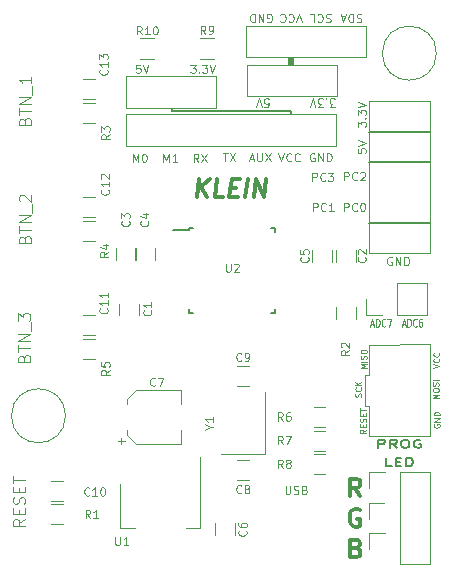
<source format=gbr>
G04 #@! TF.FileFunction,Legend,Top*
%FSLAX46Y46*%
G04 Gerber Fmt 4.6, Leading zero omitted, Abs format (unit mm)*
G04 Created by KiCad (PCBNEW 4.0.7) date 01/10/19 16:23:13*
%MOMM*%
%LPD*%
G01*
G04 APERTURE LIST*
%ADD10C,0.100000*%
%ADD11C,0.150000*%
%ADD12C,0.300000*%
%ADD13C,0.120000*%
G04 APERTURE END LIST*
D10*
D11*
X108550000Y-90100000D02*
X108550000Y-90350000D01*
X98500000Y-90100000D02*
X108550000Y-90100000D01*
X98500000Y-89850000D02*
X98500000Y-90100000D01*
D10*
X121076190Y-114435714D02*
X120576190Y-114435714D01*
X120933333Y-114269048D01*
X120576190Y-114102381D01*
X121076190Y-114102381D01*
X120576190Y-113769047D02*
X120576190Y-113673809D01*
X120600000Y-113626190D01*
X120647619Y-113578571D01*
X120742857Y-113554762D01*
X120909524Y-113554762D01*
X121004762Y-113578571D01*
X121052381Y-113626190D01*
X121076190Y-113673809D01*
X121076190Y-113769047D01*
X121052381Y-113816666D01*
X121004762Y-113864285D01*
X120909524Y-113888095D01*
X120742857Y-113888095D01*
X120647619Y-113864285D01*
X120600000Y-113816666D01*
X120576190Y-113769047D01*
X121052381Y-113364285D02*
X121076190Y-113292856D01*
X121076190Y-113173809D01*
X121052381Y-113126190D01*
X121028571Y-113102380D01*
X120980952Y-113078571D01*
X120933333Y-113078571D01*
X120885714Y-113102380D01*
X120861905Y-113126190D01*
X120838095Y-113173809D01*
X120814286Y-113269047D01*
X120790476Y-113316666D01*
X120766667Y-113340475D01*
X120719048Y-113364285D01*
X120671429Y-113364285D01*
X120623810Y-113340475D01*
X120600000Y-113316666D01*
X120576190Y-113269047D01*
X120576190Y-113149999D01*
X120600000Y-113078571D01*
X121076190Y-112864285D02*
X120576190Y-112864285D01*
X109483333Y-82583333D02*
X109250000Y-81883333D01*
X109016667Y-82583333D01*
X108383333Y-81950000D02*
X108416667Y-81916667D01*
X108516667Y-81883333D01*
X108583333Y-81883333D01*
X108683333Y-81916667D01*
X108750000Y-81983333D01*
X108783333Y-82050000D01*
X108816667Y-82183333D01*
X108816667Y-82283333D01*
X108783333Y-82416667D01*
X108750000Y-82483333D01*
X108683333Y-82550000D01*
X108583333Y-82583333D01*
X108516667Y-82583333D01*
X108416667Y-82550000D01*
X108383333Y-82516667D01*
X107683333Y-81950000D02*
X107716667Y-81916667D01*
X107816667Y-81883333D01*
X107883333Y-81883333D01*
X107983333Y-81916667D01*
X108050000Y-81983333D01*
X108083333Y-82050000D01*
X108116667Y-82183333D01*
X108116667Y-82283333D01*
X108083333Y-82416667D01*
X108050000Y-82483333D01*
X107983333Y-82550000D01*
X107883333Y-82583333D01*
X107816667Y-82583333D01*
X107716667Y-82550000D01*
X107683333Y-82516667D01*
D12*
X100643750Y-97378571D02*
X100831250Y-95878571D01*
X101500893Y-97378571D02*
X100965178Y-96521429D01*
X101688393Y-95878571D02*
X100724107Y-96735714D01*
X102858036Y-97378571D02*
X102143750Y-97378571D01*
X102331250Y-95878571D01*
X103456250Y-96592857D02*
X103956250Y-96592857D01*
X104072322Y-97378571D02*
X103358036Y-97378571D01*
X103545536Y-95878571D01*
X104259822Y-95878571D01*
X104715179Y-97378571D02*
X104902679Y-95878571D01*
X105429465Y-97378571D02*
X105616965Y-95878571D01*
X106286608Y-97378571D01*
X106474108Y-95878571D01*
D10*
X86052381Y-124652381D02*
X85576190Y-124985715D01*
X86052381Y-125223810D02*
X85052381Y-125223810D01*
X85052381Y-124842857D01*
X85100000Y-124747619D01*
X85147619Y-124700000D01*
X85242857Y-124652381D01*
X85385714Y-124652381D01*
X85480952Y-124700000D01*
X85528571Y-124747619D01*
X85576190Y-124842857D01*
X85576190Y-125223810D01*
X85528571Y-124223810D02*
X85528571Y-123890476D01*
X86052381Y-123747619D02*
X86052381Y-124223810D01*
X85052381Y-124223810D01*
X85052381Y-123747619D01*
X86004762Y-123366667D02*
X86052381Y-123223810D01*
X86052381Y-122985714D01*
X86004762Y-122890476D01*
X85957143Y-122842857D01*
X85861905Y-122795238D01*
X85766667Y-122795238D01*
X85671429Y-122842857D01*
X85623810Y-122890476D01*
X85576190Y-122985714D01*
X85528571Y-123176191D01*
X85480952Y-123271429D01*
X85433333Y-123319048D01*
X85338095Y-123366667D01*
X85242857Y-123366667D01*
X85147619Y-123319048D01*
X85100000Y-123271429D01*
X85052381Y-123176191D01*
X85052381Y-122938095D01*
X85100000Y-122795238D01*
X85528571Y-122366667D02*
X85528571Y-122033333D01*
X86052381Y-121890476D02*
X86052381Y-122366667D01*
X85052381Y-122366667D01*
X85052381Y-121890476D01*
X85052381Y-121604762D02*
X85052381Y-121033333D01*
X86052381Y-121319048D02*
X85052381Y-121319048D01*
X86028571Y-90940476D02*
X86076190Y-90797619D01*
X86123810Y-90750000D01*
X86219048Y-90702381D01*
X86361905Y-90702381D01*
X86457143Y-90750000D01*
X86504762Y-90797619D01*
X86552381Y-90892857D01*
X86552381Y-91273810D01*
X85552381Y-91273810D01*
X85552381Y-90940476D01*
X85600000Y-90845238D01*
X85647619Y-90797619D01*
X85742857Y-90750000D01*
X85838095Y-90750000D01*
X85933333Y-90797619D01*
X85980952Y-90845238D01*
X86028571Y-90940476D01*
X86028571Y-91273810D01*
X85552381Y-90416667D02*
X85552381Y-89845238D01*
X86552381Y-90130953D02*
X85552381Y-90130953D01*
X86552381Y-89511905D02*
X85552381Y-89511905D01*
X86552381Y-88940476D01*
X85552381Y-88940476D01*
X86647619Y-88702381D02*
X86647619Y-87940476D01*
X86552381Y-87178571D02*
X86552381Y-87750000D01*
X86552381Y-87464286D02*
X85552381Y-87464286D01*
X85695238Y-87559524D01*
X85790476Y-87654762D01*
X85838095Y-87750000D01*
X86028571Y-100940476D02*
X86076190Y-100797619D01*
X86123810Y-100750000D01*
X86219048Y-100702381D01*
X86361905Y-100702381D01*
X86457143Y-100750000D01*
X86504762Y-100797619D01*
X86552381Y-100892857D01*
X86552381Y-101273810D01*
X85552381Y-101273810D01*
X85552381Y-100940476D01*
X85600000Y-100845238D01*
X85647619Y-100797619D01*
X85742857Y-100750000D01*
X85838095Y-100750000D01*
X85933333Y-100797619D01*
X85980952Y-100845238D01*
X86028571Y-100940476D01*
X86028571Y-101273810D01*
X85552381Y-100416667D02*
X85552381Y-99845238D01*
X86552381Y-100130953D02*
X85552381Y-100130953D01*
X86552381Y-99511905D02*
X85552381Y-99511905D01*
X86552381Y-98940476D01*
X85552381Y-98940476D01*
X86647619Y-98702381D02*
X86647619Y-97940476D01*
X85647619Y-97750000D02*
X85600000Y-97702381D01*
X85552381Y-97607143D01*
X85552381Y-97369047D01*
X85600000Y-97273809D01*
X85647619Y-97226190D01*
X85742857Y-97178571D01*
X85838095Y-97178571D01*
X85980952Y-97226190D01*
X86552381Y-97797619D01*
X86552381Y-97178571D01*
X85978571Y-110990476D02*
X86026190Y-110847619D01*
X86073810Y-110800000D01*
X86169048Y-110752381D01*
X86311905Y-110752381D01*
X86407143Y-110800000D01*
X86454762Y-110847619D01*
X86502381Y-110942857D01*
X86502381Y-111323810D01*
X85502381Y-111323810D01*
X85502381Y-110990476D01*
X85550000Y-110895238D01*
X85597619Y-110847619D01*
X85692857Y-110800000D01*
X85788095Y-110800000D01*
X85883333Y-110847619D01*
X85930952Y-110895238D01*
X85978571Y-110990476D01*
X85978571Y-111323810D01*
X85502381Y-110466667D02*
X85502381Y-109895238D01*
X86502381Y-110180953D02*
X85502381Y-110180953D01*
X86502381Y-109561905D02*
X85502381Y-109561905D01*
X86502381Y-108990476D01*
X85502381Y-108990476D01*
X86597619Y-108752381D02*
X86597619Y-107990476D01*
X85502381Y-107847619D02*
X85502381Y-107228571D01*
X85883333Y-107561905D01*
X85883333Y-107419047D01*
X85930952Y-107323809D01*
X85978571Y-107276190D01*
X86073810Y-107228571D01*
X86311905Y-107228571D01*
X86407143Y-107276190D01*
X86454762Y-107323809D01*
X86502381Y-107419047D01*
X86502381Y-107704762D01*
X86454762Y-107800000D01*
X86407143Y-107847619D01*
D11*
X115964286Y-118616667D02*
X115964286Y-117916667D01*
X116345239Y-117916667D01*
X116440477Y-117950000D01*
X116488096Y-117983333D01*
X116535715Y-118050000D01*
X116535715Y-118150000D01*
X116488096Y-118216667D01*
X116440477Y-118250000D01*
X116345239Y-118283333D01*
X115964286Y-118283333D01*
X117535715Y-118616667D02*
X117202381Y-118283333D01*
X116964286Y-118616667D02*
X116964286Y-117916667D01*
X117345239Y-117916667D01*
X117440477Y-117950000D01*
X117488096Y-117983333D01*
X117535715Y-118050000D01*
X117535715Y-118150000D01*
X117488096Y-118216667D01*
X117440477Y-118250000D01*
X117345239Y-118283333D01*
X116964286Y-118283333D01*
X118154762Y-117916667D02*
X118345239Y-117916667D01*
X118440477Y-117950000D01*
X118535715Y-118016667D01*
X118583334Y-118150000D01*
X118583334Y-118383333D01*
X118535715Y-118516667D01*
X118440477Y-118583333D01*
X118345239Y-118616667D01*
X118154762Y-118616667D01*
X118059524Y-118583333D01*
X117964286Y-118516667D01*
X117916667Y-118383333D01*
X117916667Y-118150000D01*
X117964286Y-118016667D01*
X118059524Y-117950000D01*
X118154762Y-117916667D01*
X119535715Y-117950000D02*
X119440477Y-117916667D01*
X119297620Y-117916667D01*
X119154762Y-117950000D01*
X119059524Y-118016667D01*
X119011905Y-118083333D01*
X118964286Y-118216667D01*
X118964286Y-118316667D01*
X119011905Y-118450000D01*
X119059524Y-118516667D01*
X119154762Y-118583333D01*
X119297620Y-118616667D01*
X119392858Y-118616667D01*
X119535715Y-118583333D01*
X119583334Y-118550000D01*
X119583334Y-118316667D01*
X119392858Y-118316667D01*
X117107143Y-120166667D02*
X116630952Y-120166667D01*
X116630952Y-119466667D01*
X117440476Y-119800000D02*
X117773810Y-119800000D01*
X117916667Y-120166667D02*
X117440476Y-120166667D01*
X117440476Y-119466667D01*
X117916667Y-119466667D01*
X118345238Y-120166667D02*
X118345238Y-119466667D01*
X118583333Y-119466667D01*
X118726191Y-119500000D01*
X118821429Y-119566667D01*
X118869048Y-119633333D01*
X118916667Y-119766667D01*
X118916667Y-119866667D01*
X118869048Y-120000000D01*
X118821429Y-120066667D01*
X118726191Y-120133333D01*
X118583333Y-120166667D01*
X118345238Y-120166667D01*
D10*
X108116667Y-121816667D02*
X108116667Y-122383333D01*
X108150000Y-122450000D01*
X108183333Y-122483333D01*
X108250000Y-122516667D01*
X108383333Y-122516667D01*
X108450000Y-122483333D01*
X108483333Y-122450000D01*
X108516667Y-122383333D01*
X108516667Y-121816667D01*
X108816666Y-122483333D02*
X108916666Y-122516667D01*
X109083333Y-122516667D01*
X109150000Y-122483333D01*
X109183333Y-122450000D01*
X109216666Y-122383333D01*
X109216666Y-122316667D01*
X109183333Y-122250000D01*
X109150000Y-122216667D01*
X109083333Y-122183333D01*
X108950000Y-122150000D01*
X108883333Y-122116667D01*
X108850000Y-122083333D01*
X108816666Y-122016667D01*
X108816666Y-121950000D01*
X108850000Y-121883333D01*
X108883333Y-121850000D01*
X108950000Y-121816667D01*
X109116666Y-121816667D01*
X109216666Y-121850000D01*
X109750000Y-122150000D02*
X109850000Y-122183333D01*
X109883333Y-122216667D01*
X109916667Y-122283333D01*
X109916667Y-122383333D01*
X109883333Y-122450000D01*
X109850000Y-122483333D01*
X109783333Y-122516667D01*
X109516667Y-122516667D01*
X109516667Y-121816667D01*
X109750000Y-121816667D01*
X109816667Y-121850000D01*
X109850000Y-121883333D01*
X109883333Y-121950000D01*
X109883333Y-122016667D01*
X109850000Y-122083333D01*
X109816667Y-122116667D01*
X109750000Y-122150000D01*
X109516667Y-122150000D01*
D12*
X114107143Y-127092857D02*
X114321429Y-127164286D01*
X114392857Y-127235714D01*
X114464286Y-127378571D01*
X114464286Y-127592857D01*
X114392857Y-127735714D01*
X114321429Y-127807143D01*
X114178571Y-127878571D01*
X113607143Y-127878571D01*
X113607143Y-126378571D01*
X114107143Y-126378571D01*
X114250000Y-126450000D01*
X114321429Y-126521429D01*
X114392857Y-126664286D01*
X114392857Y-126807143D01*
X114321429Y-126950000D01*
X114250000Y-127021429D01*
X114107143Y-127092857D01*
X113607143Y-127092857D01*
X114392857Y-123850000D02*
X114250000Y-123778571D01*
X114035714Y-123778571D01*
X113821429Y-123850000D01*
X113678571Y-123992857D01*
X113607143Y-124135714D01*
X113535714Y-124421429D01*
X113535714Y-124635714D01*
X113607143Y-124921429D01*
X113678571Y-125064286D01*
X113821429Y-125207143D01*
X114035714Y-125278571D01*
X114178571Y-125278571D01*
X114392857Y-125207143D01*
X114464286Y-125135714D01*
X114464286Y-124635714D01*
X114178571Y-124635714D01*
X114464286Y-122728571D02*
X113964286Y-122014286D01*
X113607143Y-122728571D02*
X113607143Y-121228571D01*
X114178571Y-121228571D01*
X114321429Y-121300000D01*
X114392857Y-121371429D01*
X114464286Y-121514286D01*
X114464286Y-121728571D01*
X114392857Y-121871429D01*
X114321429Y-121942857D01*
X114178571Y-122014286D01*
X113607143Y-122014286D01*
D10*
X114502381Y-114292857D02*
X114526190Y-114221428D01*
X114526190Y-114102381D01*
X114502381Y-114054762D01*
X114478571Y-114030952D01*
X114430952Y-114007143D01*
X114383333Y-114007143D01*
X114335714Y-114030952D01*
X114311905Y-114054762D01*
X114288095Y-114102381D01*
X114264286Y-114197619D01*
X114240476Y-114245238D01*
X114216667Y-114269047D01*
X114169048Y-114292857D01*
X114121429Y-114292857D01*
X114073810Y-114269047D01*
X114050000Y-114245238D01*
X114026190Y-114197619D01*
X114026190Y-114078571D01*
X114050000Y-114007143D01*
X114478571Y-113507143D02*
X114502381Y-113530953D01*
X114526190Y-113602381D01*
X114526190Y-113650000D01*
X114502381Y-113721429D01*
X114454762Y-113769048D01*
X114407143Y-113792857D01*
X114311905Y-113816667D01*
X114240476Y-113816667D01*
X114145238Y-113792857D01*
X114097619Y-113769048D01*
X114050000Y-113721429D01*
X114026190Y-113650000D01*
X114026190Y-113602381D01*
X114050000Y-113530953D01*
X114073810Y-113507143D01*
X114526190Y-113292857D02*
X114026190Y-113292857D01*
X114526190Y-113007143D02*
X114240476Y-113221429D01*
X114026190Y-113007143D02*
X114311905Y-113292857D01*
X120626190Y-111866666D02*
X121126190Y-111699999D01*
X120626190Y-111533333D01*
X121078571Y-111080952D02*
X121102381Y-111104762D01*
X121126190Y-111176190D01*
X121126190Y-111223809D01*
X121102381Y-111295238D01*
X121054762Y-111342857D01*
X121007143Y-111366666D01*
X120911905Y-111390476D01*
X120840476Y-111390476D01*
X120745238Y-111366666D01*
X120697619Y-111342857D01*
X120650000Y-111295238D01*
X120626190Y-111223809D01*
X120626190Y-111176190D01*
X120650000Y-111104762D01*
X120673810Y-111080952D01*
X121078571Y-110580952D02*
X121102381Y-110604762D01*
X121126190Y-110676190D01*
X121126190Y-110723809D01*
X121102381Y-110795238D01*
X121054762Y-110842857D01*
X121007143Y-110866666D01*
X120911905Y-110890476D01*
X120840476Y-110890476D01*
X120745238Y-110866666D01*
X120697619Y-110842857D01*
X120650000Y-110795238D01*
X120626190Y-110723809D01*
X120626190Y-110676190D01*
X120650000Y-110604762D01*
X120673810Y-110580952D01*
X114976190Y-111885714D02*
X114476190Y-111885714D01*
X114833333Y-111719048D01*
X114476190Y-111552381D01*
X114976190Y-111552381D01*
X114976190Y-111314285D02*
X114476190Y-111314285D01*
X114952381Y-111100000D02*
X114976190Y-111028571D01*
X114976190Y-110909524D01*
X114952381Y-110861905D01*
X114928571Y-110838095D01*
X114880952Y-110814286D01*
X114833333Y-110814286D01*
X114785714Y-110838095D01*
X114761905Y-110861905D01*
X114738095Y-110909524D01*
X114714286Y-111004762D01*
X114690476Y-111052381D01*
X114666667Y-111076190D01*
X114619048Y-111100000D01*
X114571429Y-111100000D01*
X114523810Y-111076190D01*
X114500000Y-111052381D01*
X114476190Y-111004762D01*
X114476190Y-110885714D01*
X114500000Y-110814286D01*
X114476190Y-110504762D02*
X114476190Y-110409524D01*
X114500000Y-110361905D01*
X114547619Y-110314286D01*
X114642857Y-110290477D01*
X114809524Y-110290477D01*
X114904762Y-110314286D01*
X114952381Y-110361905D01*
X114976190Y-110409524D01*
X114976190Y-110504762D01*
X114952381Y-110552381D01*
X114904762Y-110600000D01*
X114809524Y-110623810D01*
X114642857Y-110623810D01*
X114547619Y-110600000D01*
X114500000Y-110552381D01*
X114476190Y-110504762D01*
X114926190Y-117076190D02*
X114688095Y-117242857D01*
X114926190Y-117361904D02*
X114426190Y-117361904D01*
X114426190Y-117171428D01*
X114450000Y-117123809D01*
X114473810Y-117100000D01*
X114521429Y-117076190D01*
X114592857Y-117076190D01*
X114640476Y-117100000D01*
X114664286Y-117123809D01*
X114688095Y-117171428D01*
X114688095Y-117361904D01*
X114664286Y-116861904D02*
X114664286Y-116695238D01*
X114926190Y-116623809D02*
X114926190Y-116861904D01*
X114426190Y-116861904D01*
X114426190Y-116623809D01*
X114902381Y-116433333D02*
X114926190Y-116361904D01*
X114926190Y-116242857D01*
X114902381Y-116195238D01*
X114878571Y-116171428D01*
X114830952Y-116147619D01*
X114783333Y-116147619D01*
X114735714Y-116171428D01*
X114711905Y-116195238D01*
X114688095Y-116242857D01*
X114664286Y-116338095D01*
X114640476Y-116385714D01*
X114616667Y-116409523D01*
X114569048Y-116433333D01*
X114521429Y-116433333D01*
X114473810Y-116409523D01*
X114450000Y-116385714D01*
X114426190Y-116338095D01*
X114426190Y-116219047D01*
X114450000Y-116147619D01*
X114664286Y-115933333D02*
X114664286Y-115766667D01*
X114926190Y-115695238D02*
X114926190Y-115933333D01*
X114426190Y-115933333D01*
X114426190Y-115695238D01*
X114426190Y-115552381D02*
X114426190Y-115266667D01*
X114926190Y-115409524D02*
X114426190Y-115409524D01*
X120700000Y-116630953D02*
X120676190Y-116678572D01*
X120676190Y-116750000D01*
X120700000Y-116821429D01*
X120747619Y-116869048D01*
X120795238Y-116892857D01*
X120890476Y-116916667D01*
X120961905Y-116916667D01*
X121057143Y-116892857D01*
X121104762Y-116869048D01*
X121152381Y-116821429D01*
X121176190Y-116750000D01*
X121176190Y-116702381D01*
X121152381Y-116630953D01*
X121128571Y-116607143D01*
X120961905Y-116607143D01*
X120961905Y-116702381D01*
X121176190Y-116392857D02*
X120676190Y-116392857D01*
X121176190Y-116107143D01*
X120676190Y-116107143D01*
X121176190Y-115869047D02*
X120676190Y-115869047D01*
X120676190Y-115750000D01*
X120700000Y-115678571D01*
X120747619Y-115630952D01*
X120795238Y-115607143D01*
X120890476Y-115583333D01*
X120961905Y-115583333D01*
X121057143Y-115607143D01*
X121104762Y-115630952D01*
X121152381Y-115678571D01*
X121176190Y-115750000D01*
X121176190Y-115869047D01*
X117992858Y-108166667D02*
X118230953Y-108166667D01*
X117945239Y-108366667D02*
X118111906Y-107666667D01*
X118278572Y-108366667D01*
X118445239Y-108366667D02*
X118445239Y-107666667D01*
X118564286Y-107666667D01*
X118635715Y-107700000D01*
X118683334Y-107766667D01*
X118707143Y-107833333D01*
X118730953Y-107966667D01*
X118730953Y-108066667D01*
X118707143Y-108200000D01*
X118683334Y-108266667D01*
X118635715Y-108333333D01*
X118564286Y-108366667D01*
X118445239Y-108366667D01*
X119230953Y-108300000D02*
X119207143Y-108333333D01*
X119135715Y-108366667D01*
X119088096Y-108366667D01*
X119016667Y-108333333D01*
X118969048Y-108266667D01*
X118945239Y-108200000D01*
X118921429Y-108066667D01*
X118921429Y-107966667D01*
X118945239Y-107833333D01*
X118969048Y-107766667D01*
X119016667Y-107700000D01*
X119088096Y-107666667D01*
X119135715Y-107666667D01*
X119207143Y-107700000D01*
X119230953Y-107733333D01*
X119659524Y-107666667D02*
X119564286Y-107666667D01*
X119516667Y-107700000D01*
X119492858Y-107733333D01*
X119445239Y-107833333D01*
X119421429Y-107966667D01*
X119421429Y-108233333D01*
X119445239Y-108300000D01*
X119469048Y-108333333D01*
X119516667Y-108366667D01*
X119611905Y-108366667D01*
X119659524Y-108333333D01*
X119683334Y-108300000D01*
X119707143Y-108233333D01*
X119707143Y-108066667D01*
X119683334Y-108000000D01*
X119659524Y-107966667D01*
X119611905Y-107933333D01*
X119516667Y-107933333D01*
X119469048Y-107966667D01*
X119445239Y-108000000D01*
X119421429Y-108066667D01*
X115342858Y-108166667D02*
X115580953Y-108166667D01*
X115295239Y-108366667D02*
X115461906Y-107666667D01*
X115628572Y-108366667D01*
X115795239Y-108366667D02*
X115795239Y-107666667D01*
X115914286Y-107666667D01*
X115985715Y-107700000D01*
X116033334Y-107766667D01*
X116057143Y-107833333D01*
X116080953Y-107966667D01*
X116080953Y-108066667D01*
X116057143Y-108200000D01*
X116033334Y-108266667D01*
X115985715Y-108333333D01*
X115914286Y-108366667D01*
X115795239Y-108366667D01*
X116580953Y-108300000D02*
X116557143Y-108333333D01*
X116485715Y-108366667D01*
X116438096Y-108366667D01*
X116366667Y-108333333D01*
X116319048Y-108266667D01*
X116295239Y-108200000D01*
X116271429Y-108066667D01*
X116271429Y-107966667D01*
X116295239Y-107833333D01*
X116319048Y-107766667D01*
X116366667Y-107700000D01*
X116438096Y-107666667D01*
X116485715Y-107666667D01*
X116557143Y-107700000D01*
X116580953Y-107733333D01*
X116747620Y-107666667D02*
X117080953Y-107666667D01*
X116866667Y-108366667D01*
D11*
X115200000Y-91850000D02*
X120350000Y-91850000D01*
X115200000Y-94400000D02*
X120350000Y-94400000D01*
X115200000Y-99550000D02*
X120350000Y-99550000D01*
D10*
X117116667Y-102500000D02*
X117050001Y-102466667D01*
X116950001Y-102466667D01*
X116850001Y-102500000D01*
X116783334Y-102566667D01*
X116750001Y-102633333D01*
X116716667Y-102766667D01*
X116716667Y-102866667D01*
X116750001Y-103000000D01*
X116783334Y-103066667D01*
X116850001Y-103133333D01*
X116950001Y-103166667D01*
X117016667Y-103166667D01*
X117116667Y-103133333D01*
X117150001Y-103100000D01*
X117150001Y-102866667D01*
X117016667Y-102866667D01*
X117450001Y-103166667D02*
X117450001Y-102466667D01*
X117850001Y-103166667D01*
X117850001Y-102466667D01*
X118183334Y-103166667D02*
X118183334Y-102466667D01*
X118350000Y-102466667D01*
X118450000Y-102500000D01*
X118516667Y-102566667D01*
X118550000Y-102633333D01*
X118583334Y-102766667D01*
X118583334Y-102866667D01*
X118550000Y-103000000D01*
X118516667Y-103066667D01*
X118450000Y-103133333D01*
X118350000Y-103166667D01*
X118183334Y-103166667D01*
X110433334Y-98566667D02*
X110433334Y-97866667D01*
X110700000Y-97866667D01*
X110766667Y-97900000D01*
X110800000Y-97933333D01*
X110833334Y-98000000D01*
X110833334Y-98100000D01*
X110800000Y-98166667D01*
X110766667Y-98200000D01*
X110700000Y-98233333D01*
X110433334Y-98233333D01*
X111533334Y-98500000D02*
X111500000Y-98533333D01*
X111400000Y-98566667D01*
X111333334Y-98566667D01*
X111233334Y-98533333D01*
X111166667Y-98466667D01*
X111133334Y-98400000D01*
X111100000Y-98266667D01*
X111100000Y-98166667D01*
X111133334Y-98033333D01*
X111166667Y-97966667D01*
X111233334Y-97900000D01*
X111333334Y-97866667D01*
X111400000Y-97866667D01*
X111500000Y-97900000D01*
X111533334Y-97933333D01*
X112200000Y-98566667D02*
X111800000Y-98566667D01*
X112000000Y-98566667D02*
X112000000Y-97866667D01*
X111933334Y-97966667D01*
X111866667Y-98033333D01*
X111800000Y-98066667D01*
X113083334Y-98566667D02*
X113083334Y-97866667D01*
X113350000Y-97866667D01*
X113416667Y-97900000D01*
X113450000Y-97933333D01*
X113483334Y-98000000D01*
X113483334Y-98100000D01*
X113450000Y-98166667D01*
X113416667Y-98200000D01*
X113350000Y-98233333D01*
X113083334Y-98233333D01*
X114183334Y-98500000D02*
X114150000Y-98533333D01*
X114050000Y-98566667D01*
X113983334Y-98566667D01*
X113883334Y-98533333D01*
X113816667Y-98466667D01*
X113783334Y-98400000D01*
X113750000Y-98266667D01*
X113750000Y-98166667D01*
X113783334Y-98033333D01*
X113816667Y-97966667D01*
X113883334Y-97900000D01*
X113983334Y-97866667D01*
X114050000Y-97866667D01*
X114150000Y-97900000D01*
X114183334Y-97933333D01*
X114616667Y-97866667D02*
X114683334Y-97866667D01*
X114750000Y-97900000D01*
X114783334Y-97933333D01*
X114816667Y-98000000D01*
X114850000Y-98133333D01*
X114850000Y-98300000D01*
X114816667Y-98433333D01*
X114783334Y-98500000D01*
X114750000Y-98533333D01*
X114683334Y-98566667D01*
X114616667Y-98566667D01*
X114550000Y-98533333D01*
X114516667Y-98500000D01*
X114483334Y-98433333D01*
X114450000Y-98300000D01*
X114450000Y-98133333D01*
X114483334Y-98000000D01*
X114516667Y-97933333D01*
X114550000Y-97900000D01*
X114616667Y-97866667D01*
X110383334Y-96016667D02*
X110383334Y-95316667D01*
X110650000Y-95316667D01*
X110716667Y-95350000D01*
X110750000Y-95383333D01*
X110783334Y-95450000D01*
X110783334Y-95550000D01*
X110750000Y-95616667D01*
X110716667Y-95650000D01*
X110650000Y-95683333D01*
X110383334Y-95683333D01*
X111483334Y-95950000D02*
X111450000Y-95983333D01*
X111350000Y-96016667D01*
X111283334Y-96016667D01*
X111183334Y-95983333D01*
X111116667Y-95916667D01*
X111083334Y-95850000D01*
X111050000Y-95716667D01*
X111050000Y-95616667D01*
X111083334Y-95483333D01*
X111116667Y-95416667D01*
X111183334Y-95350000D01*
X111283334Y-95316667D01*
X111350000Y-95316667D01*
X111450000Y-95350000D01*
X111483334Y-95383333D01*
X111716667Y-95316667D02*
X112150000Y-95316667D01*
X111916667Y-95583333D01*
X112016667Y-95583333D01*
X112083334Y-95616667D01*
X112116667Y-95650000D01*
X112150000Y-95716667D01*
X112150000Y-95883333D01*
X112116667Y-95950000D01*
X112083334Y-95983333D01*
X112016667Y-96016667D01*
X111816667Y-96016667D01*
X111750000Y-95983333D01*
X111716667Y-95950000D01*
X113083334Y-95966667D02*
X113083334Y-95266667D01*
X113350000Y-95266667D01*
X113416667Y-95300000D01*
X113450000Y-95333333D01*
X113483334Y-95400000D01*
X113483334Y-95500000D01*
X113450000Y-95566667D01*
X113416667Y-95600000D01*
X113350000Y-95633333D01*
X113083334Y-95633333D01*
X114183334Y-95900000D02*
X114150000Y-95933333D01*
X114050000Y-95966667D01*
X113983334Y-95966667D01*
X113883334Y-95933333D01*
X113816667Y-95866667D01*
X113783334Y-95800000D01*
X113750000Y-95666667D01*
X113750000Y-95566667D01*
X113783334Y-95433333D01*
X113816667Y-95366667D01*
X113883334Y-95300000D01*
X113983334Y-95266667D01*
X114050000Y-95266667D01*
X114150000Y-95300000D01*
X114183334Y-95333333D01*
X114450000Y-95333333D02*
X114483334Y-95300000D01*
X114550000Y-95266667D01*
X114716667Y-95266667D01*
X114783334Y-95300000D01*
X114816667Y-95333333D01*
X114850000Y-95400000D01*
X114850000Y-95466667D01*
X114816667Y-95566667D01*
X114416667Y-95966667D01*
X114850000Y-95966667D01*
X114216667Y-93283333D02*
X114216667Y-93616666D01*
X114550000Y-93650000D01*
X114516667Y-93616666D01*
X114483333Y-93550000D01*
X114483333Y-93383333D01*
X114516667Y-93316666D01*
X114550000Y-93283333D01*
X114616667Y-93250000D01*
X114783333Y-93250000D01*
X114850000Y-93283333D01*
X114883333Y-93316666D01*
X114916667Y-93383333D01*
X114916667Y-93550000D01*
X114883333Y-93616666D01*
X114850000Y-93650000D01*
X114216667Y-93049999D02*
X114916667Y-92816666D01*
X114216667Y-92583333D01*
X114216667Y-91433333D02*
X114216667Y-91000000D01*
X114483333Y-91233333D01*
X114483333Y-91133333D01*
X114516667Y-91066666D01*
X114550000Y-91033333D01*
X114616667Y-91000000D01*
X114783333Y-91000000D01*
X114850000Y-91033333D01*
X114883333Y-91066666D01*
X114916667Y-91133333D01*
X114916667Y-91333333D01*
X114883333Y-91400000D01*
X114850000Y-91433333D01*
X114850000Y-90699999D02*
X114883333Y-90666666D01*
X114916667Y-90699999D01*
X114883333Y-90733333D01*
X114850000Y-90699999D01*
X114916667Y-90699999D01*
X114216667Y-90433333D02*
X114216667Y-90000000D01*
X114483333Y-90233333D01*
X114483333Y-90133333D01*
X114516667Y-90066666D01*
X114550000Y-90033333D01*
X114616667Y-90000000D01*
X114783333Y-90000000D01*
X114850000Y-90033333D01*
X114883333Y-90066666D01*
X114916667Y-90133333D01*
X114916667Y-90333333D01*
X114883333Y-90400000D01*
X114850000Y-90433333D01*
X114216667Y-89799999D02*
X114916667Y-89566666D01*
X114216667Y-89333333D01*
X100733334Y-94416667D02*
X100500000Y-94083333D01*
X100333334Y-94416667D02*
X100333334Y-93716667D01*
X100600000Y-93716667D01*
X100666667Y-93750000D01*
X100700000Y-93783333D01*
X100733334Y-93850000D01*
X100733334Y-93950000D01*
X100700000Y-94016667D01*
X100666667Y-94050000D01*
X100600000Y-94083333D01*
X100333334Y-94083333D01*
X100966667Y-93716667D02*
X101433334Y-94416667D01*
X101433334Y-93716667D02*
X100966667Y-94416667D01*
X95183334Y-94416667D02*
X95183334Y-93716667D01*
X95416667Y-94216667D01*
X95650000Y-93716667D01*
X95650000Y-94416667D01*
X96116667Y-93716667D02*
X96183334Y-93716667D01*
X96250000Y-93750000D01*
X96283334Y-93783333D01*
X96316667Y-93850000D01*
X96350000Y-93983333D01*
X96350000Y-94150000D01*
X96316667Y-94283333D01*
X96283334Y-94350000D01*
X96250000Y-94383333D01*
X96183334Y-94416667D01*
X96116667Y-94416667D01*
X96050000Y-94383333D01*
X96016667Y-94350000D01*
X95983334Y-94283333D01*
X95950000Y-94150000D01*
X95950000Y-93983333D01*
X95983334Y-93850000D01*
X96016667Y-93783333D01*
X96050000Y-93750000D01*
X96116667Y-93716667D01*
X97783334Y-94416667D02*
X97783334Y-93716667D01*
X98016667Y-94216667D01*
X98250000Y-93716667D01*
X98250000Y-94416667D01*
X98950000Y-94416667D02*
X98550000Y-94416667D01*
X98750000Y-94416667D02*
X98750000Y-93716667D01*
X98683334Y-93816667D01*
X98616667Y-93883333D01*
X98550000Y-93916667D01*
X110566667Y-93700000D02*
X110500001Y-93666667D01*
X110400001Y-93666667D01*
X110300001Y-93700000D01*
X110233334Y-93766667D01*
X110200001Y-93833333D01*
X110166667Y-93966667D01*
X110166667Y-94066667D01*
X110200001Y-94200000D01*
X110233334Y-94266667D01*
X110300001Y-94333333D01*
X110400001Y-94366667D01*
X110466667Y-94366667D01*
X110566667Y-94333333D01*
X110600001Y-94300000D01*
X110600001Y-94066667D01*
X110466667Y-94066667D01*
X110900001Y-94366667D02*
X110900001Y-93666667D01*
X111300001Y-94366667D01*
X111300001Y-93666667D01*
X111633334Y-94366667D02*
X111633334Y-93666667D01*
X111800000Y-93666667D01*
X111900000Y-93700000D01*
X111966667Y-93766667D01*
X112000000Y-93833333D01*
X112033334Y-93966667D01*
X112033334Y-94066667D01*
X112000000Y-94200000D01*
X111966667Y-94266667D01*
X111900000Y-94333333D01*
X111800000Y-94366667D01*
X111633334Y-94366667D01*
X107516667Y-93666667D02*
X107750000Y-94366667D01*
X107983333Y-93666667D01*
X108616667Y-94300000D02*
X108583333Y-94333333D01*
X108483333Y-94366667D01*
X108416667Y-94366667D01*
X108316667Y-94333333D01*
X108250000Y-94266667D01*
X108216667Y-94200000D01*
X108183333Y-94066667D01*
X108183333Y-93966667D01*
X108216667Y-93833333D01*
X108250000Y-93766667D01*
X108316667Y-93700000D01*
X108416667Y-93666667D01*
X108483333Y-93666667D01*
X108583333Y-93700000D01*
X108616667Y-93733333D01*
X109316667Y-94300000D02*
X109283333Y-94333333D01*
X109183333Y-94366667D01*
X109116667Y-94366667D01*
X109016667Y-94333333D01*
X108950000Y-94266667D01*
X108916667Y-94200000D01*
X108883333Y-94066667D01*
X108883333Y-93966667D01*
X108916667Y-93833333D01*
X108950000Y-93766667D01*
X109016667Y-93700000D01*
X109116667Y-93666667D01*
X109183333Y-93666667D01*
X109283333Y-93700000D01*
X109316667Y-93733333D01*
X102816667Y-93666667D02*
X103216667Y-93666667D01*
X103016667Y-94366667D02*
X103016667Y-93666667D01*
X103383333Y-93666667D02*
X103850000Y-94366667D01*
X103850000Y-93666667D02*
X103383333Y-94366667D01*
X105083333Y-94166667D02*
X105416667Y-94166667D01*
X105016667Y-94366667D02*
X105250000Y-93666667D01*
X105483333Y-94366667D01*
X105716667Y-93666667D02*
X105716667Y-94233333D01*
X105750000Y-94300000D01*
X105783333Y-94333333D01*
X105850000Y-94366667D01*
X105983333Y-94366667D01*
X106050000Y-94333333D01*
X106083333Y-94300000D01*
X106116667Y-94233333D01*
X106116667Y-93666667D01*
X106383333Y-93666667D02*
X106850000Y-94366667D01*
X106850000Y-93666667D02*
X106383333Y-94366667D01*
X100066667Y-86166667D02*
X100500000Y-86166667D01*
X100266667Y-86433333D01*
X100366667Y-86433333D01*
X100433334Y-86466667D01*
X100466667Y-86500000D01*
X100500000Y-86566667D01*
X100500000Y-86733333D01*
X100466667Y-86800000D01*
X100433334Y-86833333D01*
X100366667Y-86866667D01*
X100166667Y-86866667D01*
X100100000Y-86833333D01*
X100066667Y-86800000D01*
X100800001Y-86800000D02*
X100833334Y-86833333D01*
X100800001Y-86866667D01*
X100766667Y-86833333D01*
X100800001Y-86800000D01*
X100800001Y-86866667D01*
X101066667Y-86166667D02*
X101500000Y-86166667D01*
X101266667Y-86433333D01*
X101366667Y-86433333D01*
X101433334Y-86466667D01*
X101466667Y-86500000D01*
X101500000Y-86566667D01*
X101500000Y-86733333D01*
X101466667Y-86800000D01*
X101433334Y-86833333D01*
X101366667Y-86866667D01*
X101166667Y-86866667D01*
X101100000Y-86833333D01*
X101066667Y-86800000D01*
X101700001Y-86166667D02*
X101933334Y-86866667D01*
X102166667Y-86166667D01*
X95816667Y-86166667D02*
X95483334Y-86166667D01*
X95450000Y-86500000D01*
X95483334Y-86466667D01*
X95550000Y-86433333D01*
X95716667Y-86433333D01*
X95783334Y-86466667D01*
X95816667Y-86500000D01*
X95850000Y-86566667D01*
X95850000Y-86733333D01*
X95816667Y-86800000D01*
X95783334Y-86833333D01*
X95716667Y-86866667D01*
X95550000Y-86866667D01*
X95483334Y-86833333D01*
X95450000Y-86800000D01*
X96050001Y-86166667D02*
X96283334Y-86866667D01*
X96516667Y-86166667D01*
X106333333Y-89733333D02*
X106666666Y-89733333D01*
X106700000Y-89400000D01*
X106666666Y-89433333D01*
X106600000Y-89466667D01*
X106433333Y-89466667D01*
X106366666Y-89433333D01*
X106333333Y-89400000D01*
X106300000Y-89333333D01*
X106300000Y-89166667D01*
X106333333Y-89100000D01*
X106366666Y-89066667D01*
X106433333Y-89033333D01*
X106600000Y-89033333D01*
X106666666Y-89066667D01*
X106700000Y-89100000D01*
X106099999Y-89733333D02*
X105866666Y-89033333D01*
X105633333Y-89733333D01*
X112283333Y-89733333D02*
X111850000Y-89733333D01*
X112083333Y-89466667D01*
X111983333Y-89466667D01*
X111916666Y-89433333D01*
X111883333Y-89400000D01*
X111850000Y-89333333D01*
X111850000Y-89166667D01*
X111883333Y-89100000D01*
X111916666Y-89066667D01*
X111983333Y-89033333D01*
X112183333Y-89033333D01*
X112250000Y-89066667D01*
X112283333Y-89100000D01*
X111549999Y-89100000D02*
X111516666Y-89066667D01*
X111549999Y-89033333D01*
X111583333Y-89066667D01*
X111549999Y-89100000D01*
X111549999Y-89033333D01*
X111283333Y-89733333D02*
X110850000Y-89733333D01*
X111083333Y-89466667D01*
X110983333Y-89466667D01*
X110916666Y-89433333D01*
X110883333Y-89400000D01*
X110850000Y-89333333D01*
X110850000Y-89166667D01*
X110883333Y-89100000D01*
X110916666Y-89066667D01*
X110983333Y-89033333D01*
X111183333Y-89033333D01*
X111250000Y-89066667D01*
X111283333Y-89100000D01*
X110649999Y-89733333D02*
X110416666Y-89033333D01*
X110183333Y-89733333D01*
X106583333Y-82550000D02*
X106649999Y-82583333D01*
X106749999Y-82583333D01*
X106849999Y-82550000D01*
X106916666Y-82483333D01*
X106949999Y-82416667D01*
X106983333Y-82283333D01*
X106983333Y-82183333D01*
X106949999Y-82050000D01*
X106916666Y-81983333D01*
X106849999Y-81916667D01*
X106749999Y-81883333D01*
X106683333Y-81883333D01*
X106583333Y-81916667D01*
X106549999Y-81950000D01*
X106549999Y-82183333D01*
X106683333Y-82183333D01*
X106249999Y-81883333D02*
X106249999Y-82583333D01*
X105849999Y-81883333D01*
X105849999Y-82583333D01*
X105516666Y-81883333D02*
X105516666Y-82583333D01*
X105350000Y-82583333D01*
X105250000Y-82550000D01*
X105183333Y-82483333D01*
X105150000Y-82416667D01*
X105116666Y-82283333D01*
X105116666Y-82183333D01*
X105150000Y-82050000D01*
X105183333Y-81983333D01*
X105250000Y-81916667D01*
X105350000Y-81883333D01*
X105516666Y-81883333D01*
X111933334Y-81916667D02*
X111833334Y-81883333D01*
X111666667Y-81883333D01*
X111600000Y-81916667D01*
X111566667Y-81950000D01*
X111533334Y-82016667D01*
X111533334Y-82083333D01*
X111566667Y-82150000D01*
X111600000Y-82183333D01*
X111666667Y-82216667D01*
X111800000Y-82250000D01*
X111866667Y-82283333D01*
X111900000Y-82316667D01*
X111933334Y-82383333D01*
X111933334Y-82450000D01*
X111900000Y-82516667D01*
X111866667Y-82550000D01*
X111800000Y-82583333D01*
X111633334Y-82583333D01*
X111533334Y-82550000D01*
X110833333Y-81950000D02*
X110866667Y-81916667D01*
X110966667Y-81883333D01*
X111033333Y-81883333D01*
X111133333Y-81916667D01*
X111200000Y-81983333D01*
X111233333Y-82050000D01*
X111266667Y-82183333D01*
X111266667Y-82283333D01*
X111233333Y-82416667D01*
X111200000Y-82483333D01*
X111133333Y-82550000D01*
X111033333Y-82583333D01*
X110966667Y-82583333D01*
X110866667Y-82550000D01*
X110833333Y-82516667D01*
X110200000Y-81883333D02*
X110533333Y-81883333D01*
X110533333Y-82583333D01*
X114550000Y-81916667D02*
X114450000Y-81883333D01*
X114283333Y-81883333D01*
X114216666Y-81916667D01*
X114183333Y-81950000D01*
X114150000Y-82016667D01*
X114150000Y-82083333D01*
X114183333Y-82150000D01*
X114216666Y-82183333D01*
X114283333Y-82216667D01*
X114416666Y-82250000D01*
X114483333Y-82283333D01*
X114516666Y-82316667D01*
X114550000Y-82383333D01*
X114550000Y-82450000D01*
X114516666Y-82516667D01*
X114483333Y-82550000D01*
X114416666Y-82583333D01*
X114250000Y-82583333D01*
X114150000Y-82550000D01*
X113849999Y-81883333D02*
X113849999Y-82583333D01*
X113683333Y-82583333D01*
X113583333Y-82550000D01*
X113516666Y-82483333D01*
X113483333Y-82416667D01*
X113449999Y-82283333D01*
X113449999Y-82183333D01*
X113483333Y-82050000D01*
X113516666Y-81983333D01*
X113583333Y-81916667D01*
X113683333Y-81883333D01*
X113849999Y-81883333D01*
X113183333Y-82083333D02*
X112849999Y-82083333D01*
X113249999Y-81883333D02*
X113016666Y-82583333D01*
X112783333Y-81883333D01*
D11*
X108450000Y-85550000D02*
X108450000Y-86100000D01*
X108750000Y-86100000D02*
X108750000Y-85600000D01*
X108550000Y-85600000D02*
X108550000Y-86100000D01*
X108650000Y-86100000D02*
X108550000Y-85600000D01*
X108650000Y-85550000D02*
X108650000Y-86100000D01*
D13*
X104730000Y-82870000D02*
X104730000Y-85530000D01*
X114930240Y-82870000D02*
X104730000Y-82870000D01*
X114931960Y-85530000D02*
X104730000Y-85530000D01*
X114950000Y-82870000D02*
X114950000Y-85530000D01*
X120120000Y-107330000D02*
X120120000Y-104670000D01*
X117520000Y-107330000D02*
X120120000Y-107330000D01*
X117520000Y-104670000D02*
X120120000Y-104670000D01*
X117520000Y-107330000D02*
X117520000Y-104670000D01*
X116250000Y-107330000D02*
X114920000Y-107330000D01*
X114920000Y-107330000D02*
X114920000Y-106000000D01*
X115160000Y-124650000D02*
X115160000Y-123320000D01*
X115170000Y-122000000D02*
X115170000Y-120670000D01*
X115160000Y-123320000D02*
X116490000Y-123320000D01*
X115170000Y-125810000D02*
X116500000Y-125810000D01*
X115170000Y-127140000D02*
X115170000Y-125810000D01*
X115170000Y-120670000D02*
X116500000Y-120670000D01*
X117770000Y-128410000D02*
X117770000Y-120670000D01*
X117770000Y-120670000D02*
X120370000Y-120670000D01*
X120370000Y-120670000D02*
X120370000Y-128410000D01*
X117769981Y-128410000D02*
X120370000Y-128410000D01*
X112511277Y-86170000D02*
X112511277Y-88830000D01*
X112510006Y-86170000D02*
X104840000Y-86170000D01*
X112511277Y-88830000D02*
X104840000Y-88830000D01*
X104840000Y-86170000D02*
X104840000Y-88830000D01*
X112511277Y-86170000D02*
X112511277Y-88830000D01*
X112510006Y-86170000D02*
X104840000Y-86170000D01*
X112511277Y-88830000D02*
X104840000Y-88830000D01*
X104840000Y-86170000D02*
X104840000Y-88830000D01*
X94590000Y-87170000D02*
X94590000Y-89830000D01*
X102270000Y-87170000D02*
X94590000Y-87170000D01*
X102270319Y-89830000D02*
X94590000Y-89830000D01*
X102270000Y-87170000D02*
X102270000Y-89820000D01*
X115170000Y-117580000D02*
X120370000Y-117580000D01*
X120370000Y-109840000D02*
X120370000Y-117580000D01*
X114840000Y-112410000D02*
X115190000Y-112410000D01*
X115190000Y-112420000D02*
X115190000Y-109880000D01*
X115210000Y-109870000D02*
X120370000Y-109840000D01*
X115170000Y-117580000D02*
X115170000Y-115050000D01*
X114840000Y-115050000D02*
X115170000Y-115050000D01*
X114840000Y-115050000D02*
X114840000Y-112409981D01*
X115170000Y-102080000D02*
X120370000Y-102080000D01*
X115170000Y-89289809D02*
X115170000Y-102080000D01*
X120370000Y-89260000D02*
X120370000Y-102080000D01*
X115169914Y-89260000D02*
X120370000Y-89260000D01*
X112420000Y-90370000D02*
X112420000Y-93030000D01*
X94618383Y-90370000D02*
X112420000Y-90370000D01*
X94609989Y-93030000D02*
X112420000Y-93030000D01*
X94590000Y-90370000D02*
X94590000Y-93030000D01*
X89486000Y-115900000D02*
G75*
G03X89486000Y-115900000I-2286000J0D01*
G01*
D11*
X99975000Y-99975000D02*
X99975000Y-100200000D01*
X107225000Y-99975000D02*
X107225000Y-100300000D01*
X107225000Y-107225000D02*
X107225000Y-106900000D01*
X99975000Y-107225000D02*
X99975000Y-106900000D01*
X99975000Y-99975000D02*
X100300000Y-99975000D01*
X99975000Y-107225000D02*
X100300000Y-107225000D01*
X107225000Y-107225000D02*
X106900000Y-107225000D01*
X107225000Y-99975000D02*
X106900000Y-99975000D01*
X99975000Y-100200000D02*
X98550000Y-100200000D01*
D13*
X95700000Y-107400000D02*
X95700000Y-106400000D01*
X94000000Y-106400000D02*
X94000000Y-107400000D01*
X114050000Y-102900000D02*
X114050000Y-101900000D01*
X112350000Y-101900000D02*
X112350000Y-102900000D01*
X95450000Y-102700000D02*
X95450000Y-101700000D01*
X93750000Y-101700000D02*
X93750000Y-102700000D01*
X97050000Y-102700000D02*
X97050000Y-101700000D01*
X95350000Y-101700000D02*
X95350000Y-102700000D01*
X112050000Y-102900000D02*
X112050000Y-101900000D01*
X110350000Y-101900000D02*
X110350000Y-102900000D01*
X103850000Y-126000000D02*
X103850000Y-125000000D01*
X102150000Y-125000000D02*
X102150000Y-126000000D01*
X94710000Y-117520000D02*
X94710000Y-117120000D01*
X99290000Y-118290000D02*
X99290000Y-117120000D01*
X99290000Y-113710000D02*
X99290000Y-114880000D01*
X94710000Y-114480000D02*
X94710000Y-114880000D01*
X95480000Y-118290000D02*
X99290000Y-118290000D01*
X95480000Y-118290000D02*
X94710000Y-117520000D01*
X95480000Y-113710000D02*
X99290000Y-113710000D01*
X95480000Y-113710000D02*
X94710000Y-114480000D01*
X104000000Y-121350000D02*
X105000000Y-121350000D01*
X105000000Y-119650000D02*
X104000000Y-119650000D01*
X105000000Y-111650000D02*
X104000000Y-111650000D01*
X104000000Y-113350000D02*
X105000000Y-113350000D01*
X89250000Y-123400000D02*
X88250000Y-123400000D01*
X88250000Y-125100000D02*
X89250000Y-125100000D01*
X114050000Y-107700000D02*
X114050000Y-106700000D01*
X112350000Y-106700000D02*
X112350000Y-107700000D01*
X92000000Y-89400000D02*
X91000000Y-89400000D01*
X91000000Y-91100000D02*
X92000000Y-91100000D01*
X92000000Y-99400000D02*
X91000000Y-99400000D01*
X91000000Y-101100000D02*
X92000000Y-101100000D01*
X92000000Y-109400000D02*
X91000000Y-109400000D01*
X91000000Y-111100000D02*
X92000000Y-111100000D01*
X110500000Y-116850000D02*
X111500000Y-116850000D01*
X111500000Y-115150000D02*
X110500000Y-115150000D01*
X110500000Y-118850000D02*
X111500000Y-118850000D01*
X111500000Y-117150000D02*
X110500000Y-117150000D01*
X110500000Y-120850000D02*
X111500000Y-120850000D01*
X111500000Y-119150000D02*
X110500000Y-119150000D01*
X94090000Y-125410000D02*
X95350000Y-125410000D01*
X100910000Y-125410000D02*
X99650000Y-125410000D01*
X94090000Y-121650000D02*
X94090000Y-125410000D01*
X100910000Y-119400000D02*
X100910000Y-125410000D01*
X102650000Y-119150000D02*
X106350000Y-119150000D01*
X106350000Y-119150000D02*
X106350000Y-113850000D01*
X88250000Y-123100000D02*
X89250000Y-123100000D01*
X89250000Y-121400000D02*
X88250000Y-121400000D01*
X91000000Y-109100000D02*
X92000000Y-109100000D01*
X92000000Y-107400000D02*
X91000000Y-107400000D01*
X91000000Y-99100000D02*
X92000000Y-99100000D01*
X92000000Y-97400000D02*
X91000000Y-97400000D01*
X91000000Y-89100000D02*
X92000000Y-89100000D01*
X92000000Y-87400000D02*
X91000000Y-87400000D01*
X102050000Y-85680000D02*
X100850000Y-85680000D01*
X100850000Y-83920000D02*
X102050000Y-83920000D01*
X95800000Y-83920000D02*
X97000000Y-83920000D01*
X97000000Y-85680000D02*
X95800000Y-85680000D01*
X120886000Y-85200000D02*
G75*
G03X120886000Y-85200000I-2286000J0D01*
G01*
D10*
X103066667Y-103016667D02*
X103066667Y-103583333D01*
X103100000Y-103650000D01*
X103133333Y-103683333D01*
X103200000Y-103716667D01*
X103333333Y-103716667D01*
X103400000Y-103683333D01*
X103433333Y-103650000D01*
X103466667Y-103583333D01*
X103466667Y-103016667D01*
X103766666Y-103083333D02*
X103800000Y-103050000D01*
X103866666Y-103016667D01*
X104033333Y-103016667D01*
X104100000Y-103050000D01*
X104133333Y-103083333D01*
X104166666Y-103150000D01*
X104166666Y-103216667D01*
X104133333Y-103316667D01*
X103733333Y-103716667D01*
X104166666Y-103716667D01*
X96700000Y-106966666D02*
X96733333Y-107000000D01*
X96766667Y-107100000D01*
X96766667Y-107166666D01*
X96733333Y-107266666D01*
X96666667Y-107333333D01*
X96600000Y-107366666D01*
X96466667Y-107400000D01*
X96366667Y-107400000D01*
X96233333Y-107366666D01*
X96166667Y-107333333D01*
X96100000Y-107266666D01*
X96066667Y-107166666D01*
X96066667Y-107100000D01*
X96100000Y-107000000D01*
X96133333Y-106966666D01*
X96766667Y-106300000D02*
X96766667Y-106700000D01*
X96766667Y-106500000D02*
X96066667Y-106500000D01*
X96166667Y-106566666D01*
X96233333Y-106633333D01*
X96266667Y-106700000D01*
X114850000Y-102466666D02*
X114883333Y-102500000D01*
X114916667Y-102600000D01*
X114916667Y-102666666D01*
X114883333Y-102766666D01*
X114816667Y-102833333D01*
X114750000Y-102866666D01*
X114616667Y-102900000D01*
X114516667Y-102900000D01*
X114383333Y-102866666D01*
X114316667Y-102833333D01*
X114250000Y-102766666D01*
X114216667Y-102666666D01*
X114216667Y-102600000D01*
X114250000Y-102500000D01*
X114283333Y-102466666D01*
X114283333Y-102200000D02*
X114250000Y-102166666D01*
X114216667Y-102100000D01*
X114216667Y-101933333D01*
X114250000Y-101866666D01*
X114283333Y-101833333D01*
X114350000Y-101800000D01*
X114416667Y-101800000D01*
X114516667Y-101833333D01*
X114916667Y-102233333D01*
X114916667Y-101800000D01*
X94850000Y-99416666D02*
X94883333Y-99450000D01*
X94916667Y-99550000D01*
X94916667Y-99616666D01*
X94883333Y-99716666D01*
X94816667Y-99783333D01*
X94750000Y-99816666D01*
X94616667Y-99850000D01*
X94516667Y-99850000D01*
X94383333Y-99816666D01*
X94316667Y-99783333D01*
X94250000Y-99716666D01*
X94216667Y-99616666D01*
X94216667Y-99550000D01*
X94250000Y-99450000D01*
X94283333Y-99416666D01*
X94216667Y-99183333D02*
X94216667Y-98750000D01*
X94483333Y-98983333D01*
X94483333Y-98883333D01*
X94516667Y-98816666D01*
X94550000Y-98783333D01*
X94616667Y-98750000D01*
X94783333Y-98750000D01*
X94850000Y-98783333D01*
X94883333Y-98816666D01*
X94916667Y-98883333D01*
X94916667Y-99083333D01*
X94883333Y-99150000D01*
X94850000Y-99183333D01*
X96450000Y-99416666D02*
X96483333Y-99450000D01*
X96516667Y-99550000D01*
X96516667Y-99616666D01*
X96483333Y-99716666D01*
X96416667Y-99783333D01*
X96350000Y-99816666D01*
X96216667Y-99850000D01*
X96116667Y-99850000D01*
X95983333Y-99816666D01*
X95916667Y-99783333D01*
X95850000Y-99716666D01*
X95816667Y-99616666D01*
X95816667Y-99550000D01*
X95850000Y-99450000D01*
X95883333Y-99416666D01*
X96050000Y-98816666D02*
X96516667Y-98816666D01*
X95783333Y-98983333D02*
X96283333Y-99150000D01*
X96283333Y-98716666D01*
X110000000Y-102466666D02*
X110033333Y-102500000D01*
X110066667Y-102600000D01*
X110066667Y-102666666D01*
X110033333Y-102766666D01*
X109966667Y-102833333D01*
X109900000Y-102866666D01*
X109766667Y-102900000D01*
X109666667Y-102900000D01*
X109533333Y-102866666D01*
X109466667Y-102833333D01*
X109400000Y-102766666D01*
X109366667Y-102666666D01*
X109366667Y-102600000D01*
X109400000Y-102500000D01*
X109433333Y-102466666D01*
X109366667Y-101833333D02*
X109366667Y-102166666D01*
X109700000Y-102200000D01*
X109666667Y-102166666D01*
X109633333Y-102100000D01*
X109633333Y-101933333D01*
X109666667Y-101866666D01*
X109700000Y-101833333D01*
X109766667Y-101800000D01*
X109933333Y-101800000D01*
X110000000Y-101833333D01*
X110033333Y-101866666D01*
X110066667Y-101933333D01*
X110066667Y-102100000D01*
X110033333Y-102166666D01*
X110000000Y-102200000D01*
X104750000Y-125616666D02*
X104783333Y-125650000D01*
X104816667Y-125750000D01*
X104816667Y-125816666D01*
X104783333Y-125916666D01*
X104716667Y-125983333D01*
X104650000Y-126016666D01*
X104516667Y-126050000D01*
X104416667Y-126050000D01*
X104283333Y-126016666D01*
X104216667Y-125983333D01*
X104150000Y-125916666D01*
X104116667Y-125816666D01*
X104116667Y-125750000D01*
X104150000Y-125650000D01*
X104183333Y-125616666D01*
X104116667Y-125016666D02*
X104116667Y-125150000D01*
X104150000Y-125216666D01*
X104183333Y-125250000D01*
X104283333Y-125316666D01*
X104416667Y-125350000D01*
X104683333Y-125350000D01*
X104750000Y-125316666D01*
X104783333Y-125283333D01*
X104816667Y-125216666D01*
X104816667Y-125083333D01*
X104783333Y-125016666D01*
X104750000Y-124983333D01*
X104683333Y-124950000D01*
X104516667Y-124950000D01*
X104450000Y-124983333D01*
X104416667Y-125016666D01*
X104383333Y-125083333D01*
X104383333Y-125216666D01*
X104416667Y-125283333D01*
X104450000Y-125316666D01*
X104516667Y-125350000D01*
X97083334Y-113300000D02*
X97050000Y-113333333D01*
X96950000Y-113366667D01*
X96883334Y-113366667D01*
X96783334Y-113333333D01*
X96716667Y-113266667D01*
X96683334Y-113200000D01*
X96650000Y-113066667D01*
X96650000Y-112966667D01*
X96683334Y-112833333D01*
X96716667Y-112766667D01*
X96783334Y-112700000D01*
X96883334Y-112666667D01*
X96950000Y-112666667D01*
X97050000Y-112700000D01*
X97083334Y-112733333D01*
X97316667Y-112666667D02*
X97783334Y-112666667D01*
X97483334Y-113366667D01*
X93953334Y-118060000D02*
X94486667Y-118060000D01*
X94220000Y-118326667D02*
X94220000Y-117793333D01*
X104383334Y-122400000D02*
X104350000Y-122433333D01*
X104250000Y-122466667D01*
X104183334Y-122466667D01*
X104083334Y-122433333D01*
X104016667Y-122366667D01*
X103983334Y-122300000D01*
X103950000Y-122166667D01*
X103950000Y-122066667D01*
X103983334Y-121933333D01*
X104016667Y-121866667D01*
X104083334Y-121800000D01*
X104183334Y-121766667D01*
X104250000Y-121766667D01*
X104350000Y-121800000D01*
X104383334Y-121833333D01*
X104783334Y-122066667D02*
X104716667Y-122033333D01*
X104683334Y-122000000D01*
X104650000Y-121933333D01*
X104650000Y-121900000D01*
X104683334Y-121833333D01*
X104716667Y-121800000D01*
X104783334Y-121766667D01*
X104916667Y-121766667D01*
X104983334Y-121800000D01*
X105016667Y-121833333D01*
X105050000Y-121900000D01*
X105050000Y-121933333D01*
X105016667Y-122000000D01*
X104983334Y-122033333D01*
X104916667Y-122066667D01*
X104783334Y-122066667D01*
X104716667Y-122100000D01*
X104683334Y-122133333D01*
X104650000Y-122200000D01*
X104650000Y-122333333D01*
X104683334Y-122400000D01*
X104716667Y-122433333D01*
X104783334Y-122466667D01*
X104916667Y-122466667D01*
X104983334Y-122433333D01*
X105016667Y-122400000D01*
X105050000Y-122333333D01*
X105050000Y-122200000D01*
X105016667Y-122133333D01*
X104983334Y-122100000D01*
X104916667Y-122066667D01*
X104383334Y-111200000D02*
X104350000Y-111233333D01*
X104250000Y-111266667D01*
X104183334Y-111266667D01*
X104083334Y-111233333D01*
X104016667Y-111166667D01*
X103983334Y-111100000D01*
X103950000Y-110966667D01*
X103950000Y-110866667D01*
X103983334Y-110733333D01*
X104016667Y-110666667D01*
X104083334Y-110600000D01*
X104183334Y-110566667D01*
X104250000Y-110566667D01*
X104350000Y-110600000D01*
X104383334Y-110633333D01*
X104716667Y-111266667D02*
X104850000Y-111266667D01*
X104916667Y-111233333D01*
X104950000Y-111200000D01*
X105016667Y-111100000D01*
X105050000Y-110966667D01*
X105050000Y-110700000D01*
X105016667Y-110633333D01*
X104983334Y-110600000D01*
X104916667Y-110566667D01*
X104783334Y-110566667D01*
X104716667Y-110600000D01*
X104683334Y-110633333D01*
X104650000Y-110700000D01*
X104650000Y-110866667D01*
X104683334Y-110933333D01*
X104716667Y-110966667D01*
X104783334Y-111000000D01*
X104916667Y-111000000D01*
X104983334Y-110966667D01*
X105016667Y-110933333D01*
X105050000Y-110866667D01*
X91583334Y-124566667D02*
X91350000Y-124233333D01*
X91183334Y-124566667D02*
X91183334Y-123866667D01*
X91450000Y-123866667D01*
X91516667Y-123900000D01*
X91550000Y-123933333D01*
X91583334Y-124000000D01*
X91583334Y-124100000D01*
X91550000Y-124166667D01*
X91516667Y-124200000D01*
X91450000Y-124233333D01*
X91183334Y-124233333D01*
X92250000Y-124566667D02*
X91850000Y-124566667D01*
X92050000Y-124566667D02*
X92050000Y-123866667D01*
X91983334Y-123966667D01*
X91916667Y-124033333D01*
X91850000Y-124066667D01*
X113516667Y-110366666D02*
X113183333Y-110600000D01*
X113516667Y-110766666D02*
X112816667Y-110766666D01*
X112816667Y-110500000D01*
X112850000Y-110433333D01*
X112883333Y-110400000D01*
X112950000Y-110366666D01*
X113050000Y-110366666D01*
X113116667Y-110400000D01*
X113150000Y-110433333D01*
X113183333Y-110500000D01*
X113183333Y-110766666D01*
X112883333Y-110100000D02*
X112850000Y-110066666D01*
X112816667Y-110000000D01*
X112816667Y-109833333D01*
X112850000Y-109766666D01*
X112883333Y-109733333D01*
X112950000Y-109700000D01*
X113016667Y-109700000D01*
X113116667Y-109733333D01*
X113516667Y-110133333D01*
X113516667Y-109700000D01*
X93216667Y-92066666D02*
X92883333Y-92300000D01*
X93216667Y-92466666D02*
X92516667Y-92466666D01*
X92516667Y-92200000D01*
X92550000Y-92133333D01*
X92583333Y-92100000D01*
X92650000Y-92066666D01*
X92750000Y-92066666D01*
X92816667Y-92100000D01*
X92850000Y-92133333D01*
X92883333Y-92200000D01*
X92883333Y-92466666D01*
X92516667Y-91833333D02*
X92516667Y-91400000D01*
X92783333Y-91633333D01*
X92783333Y-91533333D01*
X92816667Y-91466666D01*
X92850000Y-91433333D01*
X92916667Y-91400000D01*
X93083333Y-91400000D01*
X93150000Y-91433333D01*
X93183333Y-91466666D01*
X93216667Y-91533333D01*
X93216667Y-91733333D01*
X93183333Y-91800000D01*
X93150000Y-91833333D01*
X93116667Y-102016666D02*
X92783333Y-102250000D01*
X93116667Y-102416666D02*
X92416667Y-102416666D01*
X92416667Y-102150000D01*
X92450000Y-102083333D01*
X92483333Y-102050000D01*
X92550000Y-102016666D01*
X92650000Y-102016666D01*
X92716667Y-102050000D01*
X92750000Y-102083333D01*
X92783333Y-102150000D01*
X92783333Y-102416666D01*
X92650000Y-101416666D02*
X93116667Y-101416666D01*
X92383333Y-101583333D02*
X92883333Y-101750000D01*
X92883333Y-101316666D01*
X93216667Y-112016666D02*
X92883333Y-112250000D01*
X93216667Y-112416666D02*
X92516667Y-112416666D01*
X92516667Y-112150000D01*
X92550000Y-112083333D01*
X92583333Y-112050000D01*
X92650000Y-112016666D01*
X92750000Y-112016666D01*
X92816667Y-112050000D01*
X92850000Y-112083333D01*
X92883333Y-112150000D01*
X92883333Y-112416666D01*
X92516667Y-111383333D02*
X92516667Y-111716666D01*
X92850000Y-111750000D01*
X92816667Y-111716666D01*
X92783333Y-111650000D01*
X92783333Y-111483333D01*
X92816667Y-111416666D01*
X92850000Y-111383333D01*
X92916667Y-111350000D01*
X93083333Y-111350000D01*
X93150000Y-111383333D01*
X93183333Y-111416666D01*
X93216667Y-111483333D01*
X93216667Y-111650000D01*
X93183333Y-111716666D01*
X93150000Y-111750000D01*
X107883334Y-116316667D02*
X107650000Y-115983333D01*
X107483334Y-116316667D02*
X107483334Y-115616667D01*
X107750000Y-115616667D01*
X107816667Y-115650000D01*
X107850000Y-115683333D01*
X107883334Y-115750000D01*
X107883334Y-115850000D01*
X107850000Y-115916667D01*
X107816667Y-115950000D01*
X107750000Y-115983333D01*
X107483334Y-115983333D01*
X108483334Y-115616667D02*
X108350000Y-115616667D01*
X108283334Y-115650000D01*
X108250000Y-115683333D01*
X108183334Y-115783333D01*
X108150000Y-115916667D01*
X108150000Y-116183333D01*
X108183334Y-116250000D01*
X108216667Y-116283333D01*
X108283334Y-116316667D01*
X108416667Y-116316667D01*
X108483334Y-116283333D01*
X108516667Y-116250000D01*
X108550000Y-116183333D01*
X108550000Y-116016667D01*
X108516667Y-115950000D01*
X108483334Y-115916667D01*
X108416667Y-115883333D01*
X108283334Y-115883333D01*
X108216667Y-115916667D01*
X108183334Y-115950000D01*
X108150000Y-116016667D01*
X107883334Y-118316667D02*
X107650000Y-117983333D01*
X107483334Y-118316667D02*
X107483334Y-117616667D01*
X107750000Y-117616667D01*
X107816667Y-117650000D01*
X107850000Y-117683333D01*
X107883334Y-117750000D01*
X107883334Y-117850000D01*
X107850000Y-117916667D01*
X107816667Y-117950000D01*
X107750000Y-117983333D01*
X107483334Y-117983333D01*
X108116667Y-117616667D02*
X108583334Y-117616667D01*
X108283334Y-118316667D01*
X107883334Y-120316667D02*
X107650000Y-119983333D01*
X107483334Y-120316667D02*
X107483334Y-119616667D01*
X107750000Y-119616667D01*
X107816667Y-119650000D01*
X107850000Y-119683333D01*
X107883334Y-119750000D01*
X107883334Y-119850000D01*
X107850000Y-119916667D01*
X107816667Y-119950000D01*
X107750000Y-119983333D01*
X107483334Y-119983333D01*
X108283334Y-119916667D02*
X108216667Y-119883333D01*
X108183334Y-119850000D01*
X108150000Y-119783333D01*
X108150000Y-119750000D01*
X108183334Y-119683333D01*
X108216667Y-119650000D01*
X108283334Y-119616667D01*
X108416667Y-119616667D01*
X108483334Y-119650000D01*
X108516667Y-119683333D01*
X108550000Y-119750000D01*
X108550000Y-119783333D01*
X108516667Y-119850000D01*
X108483334Y-119883333D01*
X108416667Y-119916667D01*
X108283334Y-119916667D01*
X108216667Y-119950000D01*
X108183334Y-119983333D01*
X108150000Y-120050000D01*
X108150000Y-120183333D01*
X108183334Y-120250000D01*
X108216667Y-120283333D01*
X108283334Y-120316667D01*
X108416667Y-120316667D01*
X108483334Y-120283333D01*
X108516667Y-120250000D01*
X108550000Y-120183333D01*
X108550000Y-120050000D01*
X108516667Y-119983333D01*
X108483334Y-119950000D01*
X108416667Y-119916667D01*
X93716667Y-126166667D02*
X93716667Y-126733333D01*
X93750000Y-126800000D01*
X93783333Y-126833333D01*
X93850000Y-126866667D01*
X93983333Y-126866667D01*
X94050000Y-126833333D01*
X94083333Y-126800000D01*
X94116667Y-126733333D01*
X94116667Y-126166667D01*
X94816666Y-126866667D02*
X94416666Y-126866667D01*
X94616666Y-126866667D02*
X94616666Y-126166667D01*
X94550000Y-126266667D01*
X94483333Y-126333333D01*
X94416666Y-126366667D01*
X101683333Y-116833333D02*
X102016667Y-116833333D01*
X101316667Y-117066666D02*
X101683333Y-116833333D01*
X101316667Y-116600000D01*
X102016667Y-116000000D02*
X102016667Y-116400000D01*
X102016667Y-116200000D02*
X101316667Y-116200000D01*
X101416667Y-116266666D01*
X101483333Y-116333333D01*
X101516667Y-116400000D01*
X91500000Y-122600000D02*
X91466666Y-122633333D01*
X91366666Y-122666667D01*
X91300000Y-122666667D01*
X91200000Y-122633333D01*
X91133333Y-122566667D01*
X91100000Y-122500000D01*
X91066666Y-122366667D01*
X91066666Y-122266667D01*
X91100000Y-122133333D01*
X91133333Y-122066667D01*
X91200000Y-122000000D01*
X91300000Y-121966667D01*
X91366666Y-121966667D01*
X91466666Y-122000000D01*
X91500000Y-122033333D01*
X92166666Y-122666667D02*
X91766666Y-122666667D01*
X91966666Y-122666667D02*
X91966666Y-121966667D01*
X91900000Y-122066667D01*
X91833333Y-122133333D01*
X91766666Y-122166667D01*
X92600000Y-121966667D02*
X92666667Y-121966667D01*
X92733333Y-122000000D01*
X92766667Y-122033333D01*
X92800000Y-122100000D01*
X92833333Y-122233333D01*
X92833333Y-122400000D01*
X92800000Y-122533333D01*
X92766667Y-122600000D01*
X92733333Y-122633333D01*
X92666667Y-122666667D01*
X92600000Y-122666667D01*
X92533333Y-122633333D01*
X92500000Y-122600000D01*
X92466667Y-122533333D01*
X92433333Y-122400000D01*
X92433333Y-122233333D01*
X92466667Y-122100000D01*
X92500000Y-122033333D01*
X92533333Y-122000000D01*
X92600000Y-121966667D01*
X93000000Y-106800000D02*
X93033333Y-106833334D01*
X93066667Y-106933334D01*
X93066667Y-107000000D01*
X93033333Y-107100000D01*
X92966667Y-107166667D01*
X92900000Y-107200000D01*
X92766667Y-107233334D01*
X92666667Y-107233334D01*
X92533333Y-107200000D01*
X92466667Y-107166667D01*
X92400000Y-107100000D01*
X92366667Y-107000000D01*
X92366667Y-106933334D01*
X92400000Y-106833334D01*
X92433333Y-106800000D01*
X93066667Y-106133334D02*
X93066667Y-106533334D01*
X93066667Y-106333334D02*
X92366667Y-106333334D01*
X92466667Y-106400000D01*
X92533333Y-106466667D01*
X92566667Y-106533334D01*
X93066667Y-105466667D02*
X93066667Y-105866667D01*
X93066667Y-105666667D02*
X92366667Y-105666667D01*
X92466667Y-105733333D01*
X92533333Y-105800000D01*
X92566667Y-105866667D01*
X93100000Y-96750000D02*
X93133333Y-96783334D01*
X93166667Y-96883334D01*
X93166667Y-96950000D01*
X93133333Y-97050000D01*
X93066667Y-97116667D01*
X93000000Y-97150000D01*
X92866667Y-97183334D01*
X92766667Y-97183334D01*
X92633333Y-97150000D01*
X92566667Y-97116667D01*
X92500000Y-97050000D01*
X92466667Y-96950000D01*
X92466667Y-96883334D01*
X92500000Y-96783334D01*
X92533333Y-96750000D01*
X93166667Y-96083334D02*
X93166667Y-96483334D01*
X93166667Y-96283334D02*
X92466667Y-96283334D01*
X92566667Y-96350000D01*
X92633333Y-96416667D01*
X92666667Y-96483334D01*
X92533333Y-95816667D02*
X92500000Y-95783333D01*
X92466667Y-95716667D01*
X92466667Y-95550000D01*
X92500000Y-95483333D01*
X92533333Y-95450000D01*
X92600000Y-95416667D01*
X92666667Y-95416667D01*
X92766667Y-95450000D01*
X93166667Y-95850000D01*
X93166667Y-95416667D01*
X93000000Y-86600000D02*
X93033333Y-86633334D01*
X93066667Y-86733334D01*
X93066667Y-86800000D01*
X93033333Y-86900000D01*
X92966667Y-86966667D01*
X92900000Y-87000000D01*
X92766667Y-87033334D01*
X92666667Y-87033334D01*
X92533333Y-87000000D01*
X92466667Y-86966667D01*
X92400000Y-86900000D01*
X92366667Y-86800000D01*
X92366667Y-86733334D01*
X92400000Y-86633334D01*
X92433333Y-86600000D01*
X93066667Y-85933334D02*
X93066667Y-86333334D01*
X93066667Y-86133334D02*
X92366667Y-86133334D01*
X92466667Y-86200000D01*
X92533333Y-86266667D01*
X92566667Y-86333334D01*
X92366667Y-85700000D02*
X92366667Y-85266667D01*
X92633333Y-85500000D01*
X92633333Y-85400000D01*
X92666667Y-85333333D01*
X92700000Y-85300000D01*
X92766667Y-85266667D01*
X92933333Y-85266667D01*
X93000000Y-85300000D01*
X93033333Y-85333333D01*
X93066667Y-85400000D01*
X93066667Y-85600000D01*
X93033333Y-85666667D01*
X93000000Y-85700000D01*
X101333334Y-83566667D02*
X101100000Y-83233333D01*
X100933334Y-83566667D02*
X100933334Y-82866667D01*
X101200000Y-82866667D01*
X101266667Y-82900000D01*
X101300000Y-82933333D01*
X101333334Y-83000000D01*
X101333334Y-83100000D01*
X101300000Y-83166667D01*
X101266667Y-83200000D01*
X101200000Y-83233333D01*
X100933334Y-83233333D01*
X101666667Y-83566667D02*
X101800000Y-83566667D01*
X101866667Y-83533333D01*
X101900000Y-83500000D01*
X101966667Y-83400000D01*
X102000000Y-83266667D01*
X102000000Y-83000000D01*
X101966667Y-82933333D01*
X101933334Y-82900000D01*
X101866667Y-82866667D01*
X101733334Y-82866667D01*
X101666667Y-82900000D01*
X101633334Y-82933333D01*
X101600000Y-83000000D01*
X101600000Y-83166667D01*
X101633334Y-83233333D01*
X101666667Y-83266667D01*
X101733334Y-83300000D01*
X101866667Y-83300000D01*
X101933334Y-83266667D01*
X101966667Y-83233333D01*
X102000000Y-83166667D01*
X95950000Y-83616667D02*
X95716666Y-83283333D01*
X95550000Y-83616667D02*
X95550000Y-82916667D01*
X95816666Y-82916667D01*
X95883333Y-82950000D01*
X95916666Y-82983333D01*
X95950000Y-83050000D01*
X95950000Y-83150000D01*
X95916666Y-83216667D01*
X95883333Y-83250000D01*
X95816666Y-83283333D01*
X95550000Y-83283333D01*
X96616666Y-83616667D02*
X96216666Y-83616667D01*
X96416666Y-83616667D02*
X96416666Y-82916667D01*
X96350000Y-83016667D01*
X96283333Y-83083333D01*
X96216666Y-83116667D01*
X97050000Y-82916667D02*
X97116667Y-82916667D01*
X97183333Y-82950000D01*
X97216667Y-82983333D01*
X97250000Y-83050000D01*
X97283333Y-83183333D01*
X97283333Y-83350000D01*
X97250000Y-83483333D01*
X97216667Y-83550000D01*
X97183333Y-83583333D01*
X97116667Y-83616667D01*
X97050000Y-83616667D01*
X96983333Y-83583333D01*
X96950000Y-83550000D01*
X96916667Y-83483333D01*
X96883333Y-83350000D01*
X96883333Y-83183333D01*
X96916667Y-83050000D01*
X96950000Y-82983333D01*
X96983333Y-82950000D01*
X97050000Y-82916667D01*
M02*

</source>
